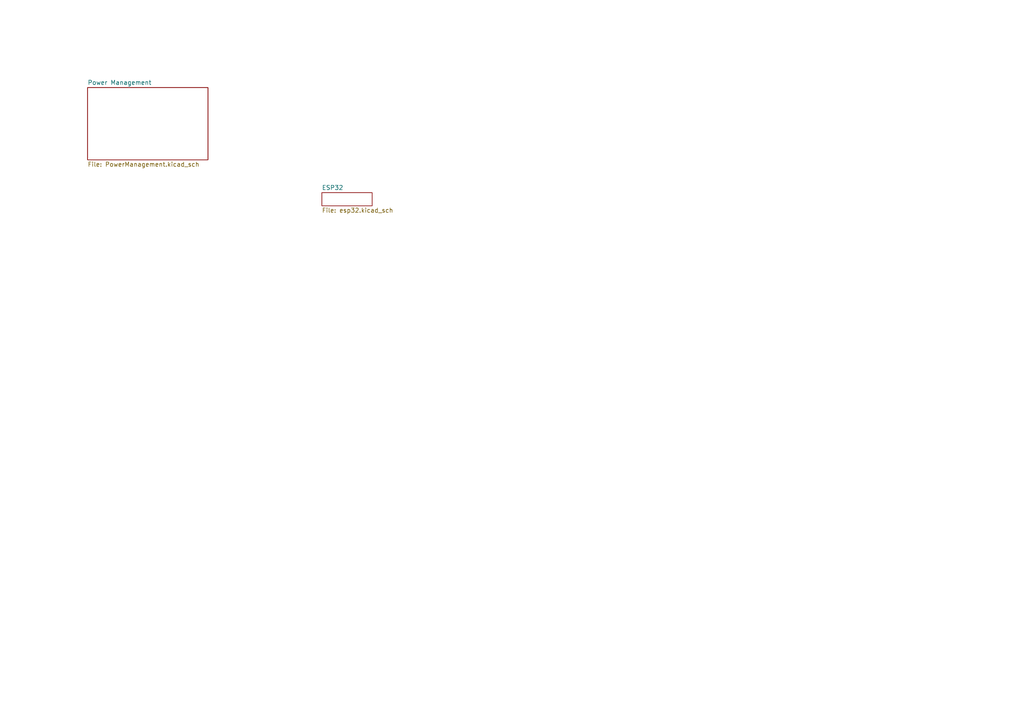
<source format=kicad_sch>
(kicad_sch (version 20230121) (generator eeschema)
  (paper "A4")
  (lib_symbols)
  (sheet (at 93.345 55.88) (size 14.605 3.81) (stroke (width 0.1524))
    (property "Sheetname" "ESP32" (at 93.345 55.1684 0) (effects (justify left bottom)))
    (property "Sheetfile" "esp32.kicad_sch" (at 93.345 60.2746 0) (effects (justify left top)))
  )
  (sheet (at 25.4 25.4) (size 34.925 20.955) (stroke (width 0.1524))
    (property "Sheetname" "Power Management" (at 25.4 24.6884 0) (effects (justify left bottom)))
    (property "Sheetfile" "PowerManagement.kicad_sch" (at 25.4 46.9396 0) (effects (justify left top)))
  )
)
</source>
